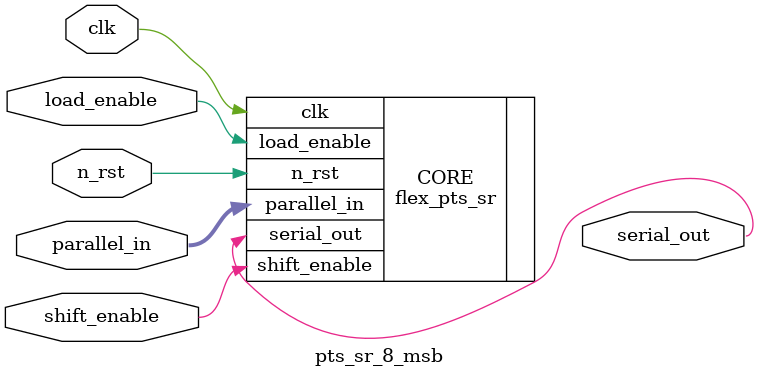
<source format=sv>

module pts_sr_8_msb
(
  input wire clk,
  input wire n_rst,
  input wire shift_enable,
  input wire load_enable,
  input wire [7:0] parallel_in,
  output reg serial_out 
);

  flex_pts_sr #(
    .NUM_BITS(8)
  )
  CORE(
    .clk(clk),
    .n_rst(n_rst),
    .parallel_in(parallel_in),
    .shift_enable(shift_enable),
    .load_enable(load_enable),
    .serial_out(serial_out)
  );

endmodule

</source>
